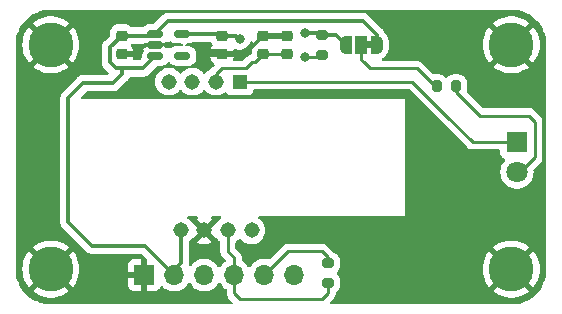
<source format=gtl>
%TF.GenerationSoftware,KiCad,Pcbnew,8.0.1*%
%TF.CreationDate,2024-09-21T06:00:00+02:00*%
%TF.ProjectId,PMW3360,504d5733-3336-4302-9e6b-696361645f70,rev?*%
%TF.SameCoordinates,Original*%
%TF.FileFunction,Copper,L1,Top*%
%TF.FilePolarity,Positive*%
%FSLAX46Y46*%
G04 Gerber Fmt 4.6, Leading zero omitted, Abs format (unit mm)*
G04 Created by KiCad (PCBNEW 8.0.1) date 2024-09-21 06:00:00*
%MOMM*%
%LPD*%
G01*
G04 APERTURE LIST*
G04 Aperture macros list*
%AMRoundRect*
0 Rectangle with rounded corners*
0 $1 Rounding radius*
0 $2 $3 $4 $5 $6 $7 $8 $9 X,Y pos of 4 corners*
0 Add a 4 corners polygon primitive as box body*
4,1,4,$2,$3,$4,$5,$6,$7,$8,$9,$2,$3,0*
0 Add four circle primitives for the rounded corners*
1,1,$1+$1,$2,$3*
1,1,$1+$1,$4,$5*
1,1,$1+$1,$6,$7*
1,1,$1+$1,$8,$9*
0 Add four rect primitives between the rounded corners*
20,1,$1+$1,$2,$3,$4,$5,0*
20,1,$1+$1,$4,$5,$6,$7,0*
20,1,$1+$1,$6,$7,$8,$9,0*
20,1,$1+$1,$8,$9,$2,$3,0*%
%AMFreePoly0*
4,1,19,0.000000,0.744911,0.071157,0.744911,0.207708,0.704816,0.327430,0.627875,0.420627,0.520320,0.479746,0.390866,0.500000,0.250000,0.500000,-0.250000,0.479746,-0.390866,0.420627,-0.520320,0.327430,-0.627875,0.207708,-0.704816,0.071157,-0.744911,0.000000,-0.744911,0.000000,-0.750000,-0.550000,-0.750000,-0.550000,0.750000,0.000000,0.750000,0.000000,0.744911,0.000000,0.744911,
$1*%
%AMFreePoly1*
4,1,19,0.550000,-0.750000,0.000000,-0.750000,0.000000,-0.744911,-0.071157,-0.744911,-0.207708,-0.704816,-0.327430,-0.627875,-0.420627,-0.520320,-0.479746,-0.390866,-0.500000,-0.250000,-0.500000,0.250000,-0.479746,0.390866,-0.420627,0.520320,-0.327430,0.627875,-0.207708,0.704816,-0.071157,0.744911,0.000000,0.744911,0.000000,0.750000,0.550000,0.750000,0.550000,-0.750000,0.550000,-0.750000,
$1*%
G04 Aperture macros list end*
%TA.AperFunction,EtchedComponent*%
%ADD10C,0.000000*%
%TD*%
%TA.AperFunction,ComponentPad*%
%ADD11C,3.800000*%
%TD*%
%TA.AperFunction,ComponentPad*%
%ADD12R,1.308000X1.308000*%
%TD*%
%TA.AperFunction,ComponentPad*%
%ADD13C,1.308000*%
%TD*%
%TA.AperFunction,ComponentPad*%
%ADD14R,1.800000X1.800000*%
%TD*%
%TA.AperFunction,ComponentPad*%
%ADD15C,1.800000*%
%TD*%
%TA.AperFunction,ComponentPad*%
%ADD16O,1.700000X1.700000*%
%TD*%
%TA.AperFunction,ComponentPad*%
%ADD17R,1.700000X1.700000*%
%TD*%
%TA.AperFunction,SMDPad,CuDef*%
%ADD18RoundRect,0.150000X-0.512500X-0.150000X0.512500X-0.150000X0.512500X0.150000X-0.512500X0.150000X0*%
%TD*%
%TA.AperFunction,SMDPad,CuDef*%
%ADD19RoundRect,0.200000X0.275000X-0.200000X0.275000X0.200000X-0.275000X0.200000X-0.275000X-0.200000X0*%
%TD*%
%TA.AperFunction,SMDPad,CuDef*%
%ADD20RoundRect,0.200000X0.200000X0.275000X-0.200000X0.275000X-0.200000X-0.275000X0.200000X-0.275000X0*%
%TD*%
%TA.AperFunction,SMDPad,CuDef*%
%ADD21RoundRect,0.200000X-0.275000X0.200000X-0.275000X-0.200000X0.275000X-0.200000X0.275000X0.200000X0*%
%TD*%
%TA.AperFunction,SMDPad,CuDef*%
%ADD22FreePoly0,180.000000*%
%TD*%
%TA.AperFunction,SMDPad,CuDef*%
%ADD23R,1.000000X1.500000*%
%TD*%
%TA.AperFunction,SMDPad,CuDef*%
%ADD24FreePoly1,180.000000*%
%TD*%
%TA.AperFunction,SMDPad,CuDef*%
%ADD25RoundRect,0.225000X0.250000X-0.225000X0.250000X0.225000X-0.250000X0.225000X-0.250000X-0.225000X0*%
%TD*%
%TA.AperFunction,SMDPad,CuDef*%
%ADD26RoundRect,0.225000X-0.250000X0.225000X-0.250000X-0.225000X0.250000X-0.225000X0.250000X0.225000X0*%
%TD*%
%TA.AperFunction,ViaPad*%
%ADD27C,0.800000*%
%TD*%
%TA.AperFunction,Conductor*%
%ADD28C,0.250000*%
%TD*%
%TA.AperFunction,Conductor*%
%ADD29C,0.375000*%
%TD*%
G04 APERTURE END LIST*
D10*
%TA.AperFunction,EtchedComponent*%
G36*
X167200000Y-78300000D02*
G01*
X166700000Y-78300000D01*
X166700000Y-77700000D01*
X167200000Y-77700000D01*
X167200000Y-78300000D01*
G37*
%TD.AperFunction*%
D11*
X179000000Y-78000000D03*
D12*
X156000000Y-81125000D03*
D13*
X154000000Y-81125000D03*
X152000000Y-81125000D03*
X150000000Y-81125000D03*
X151000000Y-93725000D03*
X153000000Y-93725000D03*
X155000000Y-93725000D03*
X157000000Y-93725000D03*
D14*
X179475000Y-86225000D03*
D15*
X179475000Y-88765000D03*
D11*
X179000000Y-97000000D03*
X140000000Y-97000000D03*
X140000000Y-78000000D03*
D16*
X160620000Y-97500000D03*
X158080000Y-97500000D03*
X155540000Y-97500000D03*
X153000000Y-97500000D03*
X150460000Y-97500000D03*
D17*
X147920000Y-97500000D03*
D18*
X148862500Y-77050000D03*
X148862500Y-78000000D03*
X148862500Y-78950000D03*
X151137500Y-78950000D03*
X151137500Y-77050000D03*
D19*
X163500000Y-96500000D03*
X163500000Y-98150000D03*
D20*
X172675000Y-81500000D03*
X174325000Y-81500000D03*
D21*
X163000000Y-77175000D03*
X163000000Y-78825000D03*
D22*
X165000000Y-78000000D03*
D23*
X166300000Y-78000000D03*
D24*
X167600000Y-78000000D03*
D25*
X160000000Y-77225000D03*
X160000000Y-78775000D03*
X158000000Y-78775000D03*
X158000000Y-77225000D03*
D26*
X154500000Y-78775000D03*
X154500000Y-77225000D03*
D25*
X146000000Y-78775000D03*
X146000000Y-77225000D03*
D27*
X161500000Y-77000000D03*
X156000000Y-77500000D03*
X153000000Y-78500000D03*
X147500000Y-78500000D03*
X161500000Y-79000000D03*
D28*
X176325000Y-84000000D02*
X174325000Y-82000000D01*
X181000000Y-84500000D02*
X180500000Y-84000000D01*
X181000000Y-87500000D02*
X181000000Y-84500000D01*
X179735000Y-88765000D02*
X181000000Y-87500000D01*
X174325000Y-82000000D02*
X174325000Y-81500000D01*
X179475000Y-88765000D02*
X179735000Y-88765000D01*
X180500000Y-84000000D02*
X176325000Y-84000000D01*
X173500000Y-84000000D02*
X175725000Y-86225000D01*
X175725000Y-86225000D02*
X179475000Y-86225000D01*
D29*
X162825000Y-77000000D02*
X163000000Y-77175000D01*
X161500000Y-77000000D02*
X162825000Y-77000000D01*
D28*
X167000000Y-80000000D02*
X171000000Y-80000000D01*
X166500000Y-79500000D02*
X167000000Y-80000000D01*
X171000000Y-80000000D02*
X172500000Y-81500000D01*
X166300000Y-79300000D02*
X166500000Y-79500000D01*
X166300000Y-78000000D02*
X166300000Y-79300000D01*
D29*
X166425000Y-76000000D02*
X167600000Y-77175000D01*
X165500000Y-76000000D02*
X166425000Y-76000000D01*
X165500000Y-76000000D02*
X149912500Y-76000000D01*
X167600000Y-77175000D02*
X167600000Y-78000000D01*
X164175000Y-77175000D02*
X165000000Y-78000000D01*
X163000000Y-77175000D02*
X164175000Y-77175000D01*
D28*
X162825000Y-79000000D02*
X163000000Y-78825000D01*
X161500000Y-79000000D02*
X162825000Y-79000000D01*
X161500000Y-79000000D02*
X161675000Y-78825000D01*
X154000000Y-80500000D02*
X154000000Y-81125000D01*
X154500000Y-80000000D02*
X154000000Y-80500000D01*
X157000000Y-79500000D02*
X156500000Y-80000000D01*
X156500000Y-80000000D02*
X154500000Y-80000000D01*
X157275000Y-79500000D02*
X157000000Y-79500000D01*
X158000000Y-78775000D02*
X157275000Y-79500000D01*
D29*
X149912500Y-76000000D02*
X148862500Y-77050000D01*
X154325000Y-77050000D02*
X154500000Y-77225000D01*
X151137500Y-77050000D02*
X154325000Y-77050000D01*
X146000000Y-80500000D02*
X146000000Y-80000000D01*
X142750000Y-81250000D02*
X145250000Y-81250000D01*
X142500000Y-81500000D02*
X142750000Y-81250000D01*
X145250000Y-81250000D02*
X146000000Y-80500000D01*
X141500000Y-82500000D02*
X142500000Y-81500000D01*
X141500000Y-93000000D02*
X141500000Y-82500000D01*
X143500000Y-95000000D02*
X141500000Y-93000000D01*
X150460000Y-97500000D02*
X147960000Y-95000000D01*
X147960000Y-95000000D02*
X143500000Y-95000000D01*
X146500000Y-80000000D02*
X146000000Y-80000000D01*
X146000000Y-80000000D02*
X145500000Y-80000000D01*
X145000000Y-79500000D02*
X145000000Y-78225000D01*
X145500000Y-80000000D02*
X145000000Y-79500000D01*
X147812500Y-80000000D02*
X148862500Y-78950000D01*
X146500000Y-80000000D02*
X147812500Y-80000000D01*
X145000000Y-78225000D02*
X146000000Y-77225000D01*
D28*
X163000000Y-99500000D02*
X163500000Y-99000000D01*
X155540000Y-97500000D02*
X155540000Y-99040000D01*
X155540000Y-99040000D02*
X156000000Y-99500000D01*
X156000000Y-99500000D02*
X163000000Y-99500000D01*
X163500000Y-99000000D02*
X163500000Y-98150000D01*
X170625000Y-81125000D02*
X173500000Y-84000000D01*
X156000000Y-81125000D02*
X170625000Y-81125000D01*
X160000000Y-78775000D02*
X158000000Y-78775000D01*
D29*
X158000000Y-77225000D02*
X160000000Y-77225000D01*
X156450000Y-78775000D02*
X158000000Y-77225000D01*
X154500000Y-78775000D02*
X156450000Y-78775000D01*
X155725000Y-77225000D02*
X156000000Y-77500000D01*
X154500000Y-77225000D02*
X155725000Y-77225000D01*
D28*
X155000000Y-95500000D02*
X155000000Y-93725000D01*
X155540000Y-96040000D02*
X155000000Y-95500000D01*
X155540000Y-97500000D02*
X155540000Y-96040000D01*
X160080000Y-95500000D02*
X158080000Y-97500000D01*
X163000000Y-95500000D02*
X160080000Y-95500000D01*
X163500000Y-96000000D02*
X163000000Y-95500000D01*
X163500000Y-96500000D02*
X163500000Y-96000000D01*
D29*
X146000000Y-77225000D02*
X148687500Y-77225000D01*
X148687500Y-77225000D02*
X148862500Y-77050000D01*
X151312500Y-77225000D02*
X151137500Y-77050000D01*
X154225000Y-78500000D02*
X154500000Y-78775000D01*
X153000000Y-78500000D02*
X154225000Y-78500000D01*
X148000000Y-78000000D02*
X148862500Y-78000000D01*
X147500000Y-78500000D02*
X148000000Y-78000000D01*
X147225000Y-78775000D02*
X147500000Y-78500000D01*
X146000000Y-78775000D02*
X147225000Y-78775000D01*
X148687500Y-78775000D02*
X148862500Y-78950000D01*
D28*
X150000000Y-81000000D02*
X150000000Y-81125000D01*
D29*
X151000000Y-96500000D02*
X151000000Y-93725000D01*
X150460000Y-97500000D02*
X150460000Y-97040000D01*
X150460000Y-97040000D02*
X151000000Y-96500000D01*
X150960000Y-93765000D02*
X151000000Y-93725000D01*
%TA.AperFunction,Conductor*%
G36*
X179003244Y-75025670D02*
G01*
X179304433Y-75041455D01*
X179317340Y-75042812D01*
X179376810Y-75052231D01*
X179612022Y-75089484D01*
X179624690Y-75092176D01*
X179912901Y-75169402D01*
X179925228Y-75173407D01*
X180203781Y-75280334D01*
X180215617Y-75285603D01*
X180481477Y-75421065D01*
X180492683Y-75427535D01*
X180742923Y-75590044D01*
X180753414Y-75597666D01*
X180985282Y-75785429D01*
X180994927Y-75794114D01*
X181205885Y-76005072D01*
X181214570Y-76014717D01*
X181402333Y-76246585D01*
X181409958Y-76257079D01*
X181572460Y-76507310D01*
X181578937Y-76518529D01*
X181665231Y-76687890D01*
X181714391Y-76784372D01*
X181719670Y-76796229D01*
X181826589Y-77074762D01*
X181830600Y-77087107D01*
X181907819Y-77375293D01*
X181910517Y-77387989D01*
X181957187Y-77682659D01*
X181958544Y-77695566D01*
X181974330Y-77996756D01*
X181974500Y-78003246D01*
X181974500Y-96996753D01*
X181974330Y-97003243D01*
X181958544Y-97304433D01*
X181957187Y-97317340D01*
X181910517Y-97612010D01*
X181907819Y-97624706D01*
X181830600Y-97912892D01*
X181826589Y-97925237D01*
X181719670Y-98203770D01*
X181714391Y-98215627D01*
X181578941Y-98481464D01*
X181572455Y-98492697D01*
X181474904Y-98642913D01*
X181409962Y-98742914D01*
X181402333Y-98753414D01*
X181214570Y-98985282D01*
X181205885Y-98994927D01*
X180994927Y-99205885D01*
X180985282Y-99214570D01*
X180753414Y-99402333D01*
X180742914Y-99409962D01*
X180492697Y-99572455D01*
X180481464Y-99578941D01*
X180215627Y-99714391D01*
X180203770Y-99719670D01*
X179925237Y-99826589D01*
X179912892Y-99830600D01*
X179624706Y-99907819D01*
X179612010Y-99910517D01*
X179317340Y-99957187D01*
X179304433Y-99958544D01*
X179003244Y-99974330D01*
X178996754Y-99974500D01*
X163720767Y-99974500D01*
X163653728Y-99954815D01*
X163607973Y-99902011D01*
X163598029Y-99832853D01*
X163627054Y-99769297D01*
X163633086Y-99762819D01*
X163992069Y-99403836D01*
X163992069Y-99403835D01*
X163992072Y-99403833D01*
X164061401Y-99300075D01*
X164109155Y-99184785D01*
X164117609Y-99142287D01*
X164133499Y-99062398D01*
X164133500Y-99062395D01*
X164133500Y-99031114D01*
X164153185Y-98964075D01*
X164193351Y-98924996D01*
X164215155Y-98911816D01*
X164336816Y-98790155D01*
X164425827Y-98642913D01*
X164477013Y-98478649D01*
X164483500Y-98407265D01*
X164483499Y-97892736D01*
X164483499Y-97892735D01*
X164483499Y-97892727D01*
X164477014Y-97821354D01*
X164477011Y-97821344D01*
X164425828Y-97657090D01*
X164425827Y-97657089D01*
X164425827Y-97657087D01*
X164336816Y-97509845D01*
X164336814Y-97509843D01*
X164336813Y-97509841D01*
X164239653Y-97412681D01*
X164206168Y-97351358D01*
X164211152Y-97281666D01*
X164239653Y-97237319D01*
X164336812Y-97140159D01*
X164336813Y-97140158D01*
X164336816Y-97140155D01*
X164421540Y-97000005D01*
X176595255Y-97000005D01*
X176614215Y-97301383D01*
X176614216Y-97301390D01*
X176670805Y-97598040D01*
X176764125Y-97885247D01*
X176764127Y-97885252D01*
X176892704Y-98158491D01*
X176892707Y-98158497D01*
X177054516Y-98413469D01*
X177135311Y-98511133D01*
X178063708Y-97582736D01*
X178160967Y-97716602D01*
X178283398Y-97839033D01*
X178417262Y-97936290D01*
X177486564Y-98866987D01*
X177486565Y-98866989D01*
X177711461Y-99030385D01*
X177711479Y-99030397D01*
X177976109Y-99175878D01*
X177976117Y-99175882D01*
X178256889Y-99287047D01*
X178256892Y-99287048D01*
X178549399Y-99362150D01*
X178848995Y-99399999D01*
X178849007Y-99400000D01*
X179150993Y-99400000D01*
X179151004Y-99399999D01*
X179450600Y-99362150D01*
X179743107Y-99287048D01*
X179743110Y-99287047D01*
X180023882Y-99175882D01*
X180023890Y-99175878D01*
X180288520Y-99030397D01*
X180288530Y-99030390D01*
X180513433Y-98866987D01*
X180513434Y-98866987D01*
X179582737Y-97936290D01*
X179716602Y-97839033D01*
X179839033Y-97716602D01*
X179936290Y-97582737D01*
X180864687Y-98511134D01*
X180945486Y-98413464D01*
X181107292Y-98158497D01*
X181107295Y-98158491D01*
X181235872Y-97885252D01*
X181235874Y-97885247D01*
X181329194Y-97598040D01*
X181385783Y-97301390D01*
X181385784Y-97301383D01*
X181404745Y-97000005D01*
X181404745Y-96999994D01*
X181385784Y-96698616D01*
X181385783Y-96698609D01*
X181329194Y-96401959D01*
X181235874Y-96114752D01*
X181235872Y-96114747D01*
X181107295Y-95841508D01*
X181107292Y-95841502D01*
X180945483Y-95586530D01*
X180864686Y-95488864D01*
X179936289Y-96417261D01*
X179839033Y-96283398D01*
X179716602Y-96160967D01*
X179582736Y-96063709D01*
X180513434Y-95133011D01*
X180513433Y-95133009D01*
X180288538Y-94969614D01*
X180288520Y-94969602D01*
X180023890Y-94824121D01*
X180023882Y-94824117D01*
X179743110Y-94712952D01*
X179743107Y-94712951D01*
X179450600Y-94637849D01*
X179151004Y-94600000D01*
X178848995Y-94600000D01*
X178549399Y-94637849D01*
X178256892Y-94712951D01*
X178256889Y-94712952D01*
X177976117Y-94824117D01*
X177976109Y-94824121D01*
X177711476Y-94969604D01*
X177711471Y-94969607D01*
X177486565Y-95133010D01*
X177486564Y-95133011D01*
X178417262Y-96063709D01*
X178283398Y-96160967D01*
X178160967Y-96283398D01*
X178063709Y-96417262D01*
X177135311Y-95488864D01*
X177054520Y-95586525D01*
X177054518Y-95586528D01*
X176892707Y-95841502D01*
X176892704Y-95841508D01*
X176764127Y-96114747D01*
X176764125Y-96114752D01*
X176670805Y-96401959D01*
X176614216Y-96698609D01*
X176614215Y-96698616D01*
X176595255Y-96999994D01*
X176595255Y-97000005D01*
X164421540Y-97000005D01*
X164425827Y-96992913D01*
X164477013Y-96828649D01*
X164483500Y-96757265D01*
X164483499Y-96242736D01*
X164483499Y-96242735D01*
X164483499Y-96242727D01*
X164477014Y-96171354D01*
X164477011Y-96171344D01*
X164425828Y-96007090D01*
X164425827Y-96007089D01*
X164425827Y-96007087D01*
X164336816Y-95859845D01*
X164336814Y-95859843D01*
X164336813Y-95859841D01*
X164215158Y-95738186D01*
X164145374Y-95696000D01*
X164067913Y-95649173D01*
X164067911Y-95649172D01*
X164067909Y-95649171D01*
X164058714Y-95646306D01*
X164000566Y-95607569D01*
X163992510Y-95596823D01*
X163992072Y-95596167D01*
X163992067Y-95596162D01*
X163992065Y-95596159D01*
X163403836Y-95007931D01*
X163403832Y-95007928D01*
X163300081Y-94938603D01*
X163300072Y-94938598D01*
X163184785Y-94890845D01*
X163184777Y-94890843D01*
X163062398Y-94866500D01*
X163062394Y-94866500D01*
X160142394Y-94866500D01*
X160017606Y-94866500D01*
X160017601Y-94866500D01*
X159895222Y-94890843D01*
X159895214Y-94890845D01*
X159779927Y-94938598D01*
X159779918Y-94938603D01*
X159676167Y-95007928D01*
X159676163Y-95007931D01*
X158536991Y-96147103D01*
X158475668Y-96180588D01*
X158418876Y-96179629D01*
X158414641Y-96178556D01*
X158192569Y-96141500D01*
X157967431Y-96141500D01*
X157745362Y-96178556D01*
X157532430Y-96251656D01*
X157532419Y-96251661D01*
X157334427Y-96358808D01*
X157334422Y-96358812D01*
X157156761Y-96497092D01*
X157156756Y-96497097D01*
X157004284Y-96662723D01*
X157004276Y-96662734D01*
X156913808Y-96801206D01*
X156860662Y-96846562D01*
X156791431Y-96855986D01*
X156728095Y-96826484D01*
X156706192Y-96801206D01*
X156639166Y-96698616D01*
X156615722Y-96662732D01*
X156615719Y-96662729D01*
X156615715Y-96662723D01*
X156463243Y-96497097D01*
X156463238Y-96497092D01*
X156285577Y-96358812D01*
X156285577Y-96358811D01*
X156238480Y-96333323D01*
X156188891Y-96284102D01*
X156173500Y-96224269D01*
X156173500Y-95977605D01*
X156173499Y-95977601D01*
X156158826Y-95903836D01*
X156149155Y-95855215D01*
X156101400Y-95739925D01*
X156101399Y-95739924D01*
X156101396Y-95739918D01*
X156032072Y-95636168D01*
X155992063Y-95596159D01*
X155943833Y-95547929D01*
X155669819Y-95273915D01*
X155636334Y-95212592D01*
X155633500Y-95186234D01*
X155633500Y-94769117D01*
X155653185Y-94702078D01*
X155692223Y-94663690D01*
X155703564Y-94656669D01*
X155862778Y-94511526D01*
X155901047Y-94460848D01*
X155957154Y-94419215D01*
X156026866Y-94414522D01*
X156088048Y-94448264D01*
X156098945Y-94460840D01*
X156137222Y-94511526D01*
X156275791Y-94637849D01*
X156296435Y-94656668D01*
X156296437Y-94656670D01*
X156479605Y-94770083D01*
X156479611Y-94770086D01*
X156522169Y-94786573D01*
X156680504Y-94847912D01*
X156892279Y-94887500D01*
X156892281Y-94887500D01*
X157107719Y-94887500D01*
X157107721Y-94887500D01*
X157319496Y-94847912D01*
X157520391Y-94770085D01*
X157703564Y-94656669D01*
X157862778Y-94511526D01*
X157992612Y-94339599D01*
X158088643Y-94146742D01*
X158147601Y-93939524D01*
X158167480Y-93725000D01*
X158147601Y-93510476D01*
X158088643Y-93303258D01*
X158053625Y-93232932D01*
X157992613Y-93110402D01*
X157862776Y-92938471D01*
X157703565Y-92793332D01*
X157703564Y-92793331D01*
X157601162Y-92729926D01*
X157554528Y-92677899D01*
X157543424Y-92608917D01*
X157571377Y-92544883D01*
X157629512Y-92506127D01*
X157666441Y-92500500D01*
X169950562Y-92500500D01*
X169965500Y-92485562D01*
X169965500Y-82614438D01*
X169950562Y-82599500D01*
X142684154Y-82599500D01*
X142617115Y-82579815D01*
X142571360Y-82527011D01*
X142561416Y-82457853D01*
X142590441Y-82394297D01*
X142596473Y-82387819D01*
X142736381Y-82247912D01*
X143001974Y-81982319D01*
X143063297Y-81948834D01*
X143089655Y-81946000D01*
X145318549Y-81946000D01*
X145318550Y-81946000D01*
X145453016Y-81919254D01*
X145505477Y-81897522D01*
X145505480Y-81897522D01*
X145532889Y-81886168D01*
X145579680Y-81866788D01*
X145693674Y-81790619D01*
X145790619Y-81693674D01*
X145790620Y-81693672D01*
X145797686Y-81686606D01*
X145797689Y-81686602D01*
X146443670Y-81040621D01*
X146443674Y-81040619D01*
X146540619Y-80943674D01*
X146616788Y-80829680D01*
X146626460Y-80806329D01*
X146640453Y-80772548D01*
X146684293Y-80718144D01*
X146750587Y-80696079D01*
X146755014Y-80696000D01*
X147881049Y-80696000D01*
X147881050Y-80696000D01*
X148015516Y-80669254D01*
X148067977Y-80647522D01*
X148067980Y-80647522D01*
X148102532Y-80633210D01*
X148142180Y-80616788D01*
X148256174Y-80540619D01*
X148353119Y-80443674D01*
X148353120Y-80443672D01*
X148360186Y-80436606D01*
X148360188Y-80436602D01*
X149001973Y-79794819D01*
X149063296Y-79761334D01*
X149089654Y-79758500D01*
X149441496Y-79758500D01*
X149441502Y-79758500D01*
X149478831Y-79755562D01*
X149478833Y-79755561D01*
X149478835Y-79755561D01*
X149545015Y-79736334D01*
X149638601Y-79709145D01*
X149781807Y-79624453D01*
X149899453Y-79506807D01*
X149899455Y-79506802D01*
X149902018Y-79503500D01*
X149904693Y-79501567D01*
X149904970Y-79501291D01*
X149905014Y-79501335D01*
X149958659Y-79462591D01*
X150028426Y-79458799D01*
X150089168Y-79493328D01*
X150097982Y-79503500D01*
X150100550Y-79506811D01*
X150218187Y-79624448D01*
X150218196Y-79624455D01*
X150240895Y-79637879D01*
X150361399Y-79709145D01*
X150397121Y-79719523D01*
X150521164Y-79755561D01*
X150521167Y-79755561D01*
X150521169Y-79755562D01*
X150558498Y-79758500D01*
X150558504Y-79758500D01*
X151647700Y-79758500D01*
X151714739Y-79778185D01*
X151760494Y-79830989D01*
X151770438Y-79900147D01*
X151741413Y-79963703D01*
X151685661Y-79999531D01*
X151685850Y-80000017D01*
X151683475Y-80000936D01*
X151682635Y-80001477D01*
X151681628Y-80001768D01*
X151680506Y-80002086D01*
X151479611Y-80079913D01*
X151479605Y-80079916D01*
X151296437Y-80193329D01*
X151296435Y-80193331D01*
X151137222Y-80338472D01*
X151098953Y-80389149D01*
X151042844Y-80430784D01*
X150973132Y-80435475D01*
X150911950Y-80401732D01*
X150901047Y-80389149D01*
X150862777Y-80338472D01*
X150703564Y-80193331D01*
X150703562Y-80193329D01*
X150520394Y-80079916D01*
X150520388Y-80079913D01*
X150334573Y-80007929D01*
X150319496Y-80002088D01*
X150107721Y-79962500D01*
X149892279Y-79962500D01*
X149680504Y-80002088D01*
X149680501Y-80002088D01*
X149680501Y-80002089D01*
X149479611Y-80079913D01*
X149479605Y-80079916D01*
X149296437Y-80193329D01*
X149296435Y-80193331D01*
X149137223Y-80338471D01*
X149007386Y-80510402D01*
X148911360Y-80703249D01*
X148911356Y-80703259D01*
X148852398Y-80910480D01*
X148832520Y-81125000D01*
X148852398Y-81339519D01*
X148911356Y-81546740D01*
X148911360Y-81546750D01*
X149007386Y-81739597D01*
X149137223Y-81911528D01*
X149296435Y-82056668D01*
X149296437Y-82056670D01*
X149479605Y-82170083D01*
X149479611Y-82170086D01*
X149480231Y-82170326D01*
X149680504Y-82247912D01*
X149892279Y-82287500D01*
X149892281Y-82287500D01*
X150107719Y-82287500D01*
X150107721Y-82287500D01*
X150319496Y-82247912D01*
X150520391Y-82170085D01*
X150703564Y-82056669D01*
X150862778Y-81911526D01*
X150901047Y-81860848D01*
X150957154Y-81819215D01*
X151026866Y-81814522D01*
X151088048Y-81848264D01*
X151098945Y-81860840D01*
X151131271Y-81903645D01*
X151137224Y-81911528D01*
X151296435Y-82056668D01*
X151296437Y-82056670D01*
X151479605Y-82170083D01*
X151479611Y-82170086D01*
X151480231Y-82170326D01*
X151680504Y-82247912D01*
X151892279Y-82287500D01*
X151892281Y-82287500D01*
X152107719Y-82287500D01*
X152107721Y-82287500D01*
X152319496Y-82247912D01*
X152520391Y-82170085D01*
X152703564Y-82056669D01*
X152862778Y-81911526D01*
X152901047Y-81860848D01*
X152957154Y-81819215D01*
X153026866Y-81814522D01*
X153088048Y-81848264D01*
X153098945Y-81860840D01*
X153131271Y-81903645D01*
X153137224Y-81911528D01*
X153296435Y-82056668D01*
X153296437Y-82056670D01*
X153479605Y-82170083D01*
X153479611Y-82170086D01*
X153480231Y-82170326D01*
X153680504Y-82247912D01*
X153892279Y-82287500D01*
X153892281Y-82287500D01*
X154107719Y-82287500D01*
X154107721Y-82287500D01*
X154319496Y-82247912D01*
X154520391Y-82170085D01*
X154703564Y-82056669D01*
X154730468Y-82032142D01*
X154793270Y-82001524D01*
X154862658Y-82009720D01*
X154913274Y-82049467D01*
X154982739Y-82142261D01*
X155099796Y-82229889D01*
X155236799Y-82280989D01*
X155264050Y-82283918D01*
X155297345Y-82287499D01*
X155297362Y-82287500D01*
X156702638Y-82287500D01*
X156702654Y-82287499D01*
X156729692Y-82284591D01*
X156763201Y-82280989D01*
X156900204Y-82229889D01*
X157017261Y-82142261D01*
X157104889Y-82025204D01*
X157152512Y-81897523D01*
X157155987Y-81888207D01*
X157155987Y-81888206D01*
X157155989Y-81888201D01*
X157158027Y-81869242D01*
X157184764Y-81804694D01*
X157242156Y-81764846D01*
X157281316Y-81758500D01*
X170311234Y-81758500D01*
X170378273Y-81778185D01*
X170398915Y-81794819D01*
X173007929Y-84403833D01*
X175232929Y-86628833D01*
X175321167Y-86717071D01*
X175321168Y-86717072D01*
X175424918Y-86786396D01*
X175424924Y-86786399D01*
X175424925Y-86786400D01*
X175540215Y-86834155D01*
X175662601Y-86858499D01*
X175662605Y-86858500D01*
X175662606Y-86858500D01*
X177942500Y-86858500D01*
X178009539Y-86878185D01*
X178055294Y-86930989D01*
X178066500Y-86982500D01*
X178066500Y-87173654D01*
X178073011Y-87234202D01*
X178073011Y-87234204D01*
X178124111Y-87371204D01*
X178211739Y-87488261D01*
X178328796Y-87575889D01*
X178328795Y-87575889D01*
X178398961Y-87602060D01*
X178454895Y-87643931D01*
X178479311Y-87709396D01*
X178464459Y-87777669D01*
X178446857Y-87802224D01*
X178359683Y-87896919D01*
X178232015Y-88092331D01*
X178138251Y-88306092D01*
X178080948Y-88532377D01*
X178061673Y-88764994D01*
X178061673Y-88765005D01*
X178080948Y-88997622D01*
X178138251Y-89223907D01*
X178232015Y-89437668D01*
X178359686Y-89633084D01*
X178517776Y-89804814D01*
X178517780Y-89804818D01*
X178701983Y-89948190D01*
X178701985Y-89948191D01*
X178701988Y-89948193D01*
X178821331Y-90012777D01*
X178907273Y-90059287D01*
X179021914Y-90098643D01*
X179128045Y-90135079D01*
X179128047Y-90135079D01*
X179128049Y-90135080D01*
X179358288Y-90173500D01*
X179358289Y-90173500D01*
X179591711Y-90173500D01*
X179591712Y-90173500D01*
X179821951Y-90135080D01*
X180042727Y-90059287D01*
X180248017Y-89948190D01*
X180432220Y-89804818D01*
X180590314Y-89633083D01*
X180717984Y-89437669D01*
X180811749Y-89223907D01*
X180869051Y-88997626D01*
X180888327Y-88765000D01*
X180873375Y-88584553D01*
X180887456Y-88516117D01*
X180909266Y-88486636D01*
X181492071Y-87903833D01*
X181561400Y-87800075D01*
X181609155Y-87684785D01*
X181633500Y-87562394D01*
X181633500Y-87437606D01*
X181633500Y-84437606D01*
X181609155Y-84315215D01*
X181602884Y-84300075D01*
X181561401Y-84199925D01*
X181561399Y-84199923D01*
X181561399Y-84199921D01*
X181492072Y-84096167D01*
X181492069Y-84096163D01*
X180903836Y-83507931D01*
X180903832Y-83507928D01*
X180800081Y-83438603D01*
X180800072Y-83438598D01*
X180684785Y-83390845D01*
X180684777Y-83390843D01*
X180562398Y-83366500D01*
X180562394Y-83366500D01*
X176638766Y-83366500D01*
X176571727Y-83346815D01*
X176551085Y-83330181D01*
X175255675Y-82034771D01*
X175222190Y-81973448D01*
X175224972Y-81910196D01*
X175227013Y-81903649D01*
X175233500Y-81832265D01*
X175233499Y-81167736D01*
X175233499Y-81167727D01*
X175227014Y-81096354D01*
X175227011Y-81096344D01*
X175175828Y-80932090D01*
X175175827Y-80932089D01*
X175175827Y-80932087D01*
X175086816Y-80784845D01*
X175086814Y-80784843D01*
X175086813Y-80784841D01*
X174965158Y-80663186D01*
X174939248Y-80647523D01*
X174817913Y-80574173D01*
X174653649Y-80522987D01*
X174653647Y-80522986D01*
X174653645Y-80522986D01*
X174603667Y-80518444D01*
X174582265Y-80516500D01*
X174582262Y-80516500D01*
X174067727Y-80516500D01*
X173996354Y-80522985D01*
X173996344Y-80522988D01*
X173832090Y-80574171D01*
X173684841Y-80663186D01*
X173684840Y-80663187D01*
X173587681Y-80760347D01*
X173526358Y-80793832D01*
X173456666Y-80788848D01*
X173412319Y-80760347D01*
X173315158Y-80663186D01*
X173289248Y-80647523D01*
X173167913Y-80574173D01*
X173003649Y-80522987D01*
X173003647Y-80522986D01*
X173003645Y-80522986D01*
X172953667Y-80518444D01*
X172932265Y-80516500D01*
X172932262Y-80516500D01*
X172463766Y-80516500D01*
X172396727Y-80496815D01*
X172376085Y-80480181D01*
X171403836Y-79507931D01*
X171403832Y-79507928D01*
X171300081Y-79438603D01*
X171300072Y-79438598D01*
X171184785Y-79390845D01*
X171184777Y-79390843D01*
X171062398Y-79366500D01*
X171062394Y-79366500D01*
X168159625Y-79366500D01*
X168092586Y-79346815D01*
X168046831Y-79294011D01*
X168036887Y-79224853D01*
X168065912Y-79161297D01*
X168092585Y-79138185D01*
X168179603Y-79082262D01*
X168202802Y-79067352D01*
X168204238Y-79066535D01*
X168208416Y-79063745D01*
X168208420Y-79063743D01*
X168318878Y-78968029D01*
X168376958Y-78901000D01*
X168413023Y-78859379D01*
X168413024Y-78859376D01*
X168413032Y-78859368D01*
X168492047Y-78736417D01*
X168549019Y-78611665D01*
X168551263Y-78607376D01*
X168551775Y-78605631D01*
X168551776Y-78605631D01*
X168592953Y-78465394D01*
X168613415Y-78323079D01*
X168613415Y-78265683D01*
X168613500Y-78265393D01*
X168613500Y-78000005D01*
X176595255Y-78000005D01*
X176614215Y-78301383D01*
X176614216Y-78301390D01*
X176670805Y-78598040D01*
X176764125Y-78885247D01*
X176764127Y-78885252D01*
X176892704Y-79158491D01*
X176892707Y-79158497D01*
X177054516Y-79413469D01*
X177135311Y-79511133D01*
X178063708Y-78582736D01*
X178160967Y-78716602D01*
X178283398Y-78839033D01*
X178417262Y-78936290D01*
X177486564Y-79866987D01*
X177486565Y-79866989D01*
X177711461Y-80030385D01*
X177711479Y-80030397D01*
X177976109Y-80175878D01*
X177976117Y-80175882D01*
X178256889Y-80287047D01*
X178256892Y-80287048D01*
X178549399Y-80362150D01*
X178848995Y-80399999D01*
X178849007Y-80400000D01*
X179150993Y-80400000D01*
X179151004Y-80399999D01*
X179450600Y-80362150D01*
X179743107Y-80287048D01*
X179743110Y-80287047D01*
X180023882Y-80175882D01*
X180023890Y-80175878D01*
X180288520Y-80030397D01*
X180288530Y-80030390D01*
X180513433Y-79866987D01*
X180513434Y-79866987D01*
X179582737Y-78936290D01*
X179716602Y-78839033D01*
X179839033Y-78716602D01*
X179936290Y-78582737D01*
X180864687Y-79511134D01*
X180945486Y-79413464D01*
X181107292Y-79158497D01*
X181107295Y-79158491D01*
X181235872Y-78885252D01*
X181235874Y-78885247D01*
X181329194Y-78598040D01*
X181385783Y-78301390D01*
X181385784Y-78301383D01*
X181404745Y-78000005D01*
X181404745Y-77999994D01*
X181385784Y-77698616D01*
X181385783Y-77698609D01*
X181329194Y-77401959D01*
X181235874Y-77114752D01*
X181235872Y-77114747D01*
X181107295Y-76841508D01*
X181107292Y-76841502D01*
X180945483Y-76586530D01*
X180864686Y-76488864D01*
X179936289Y-77417261D01*
X179839033Y-77283398D01*
X179716602Y-77160967D01*
X179582736Y-77063709D01*
X180513434Y-76133011D01*
X180513433Y-76133009D01*
X180288538Y-75969614D01*
X180288520Y-75969602D01*
X180023890Y-75824121D01*
X180023882Y-75824117D01*
X179743110Y-75712952D01*
X179743107Y-75712951D01*
X179450600Y-75637849D01*
X179151004Y-75600000D01*
X178848995Y-75600000D01*
X178549399Y-75637849D01*
X178256892Y-75712951D01*
X178256889Y-75712952D01*
X177976117Y-75824117D01*
X177976109Y-75824121D01*
X177711476Y-75969604D01*
X177711471Y-75969607D01*
X177486565Y-76133010D01*
X177486564Y-76133011D01*
X178417262Y-77063709D01*
X178283398Y-77160967D01*
X178160967Y-77283398D01*
X178063709Y-77417262D01*
X177135311Y-76488864D01*
X177054520Y-76586525D01*
X177054518Y-76586528D01*
X176892707Y-76841502D01*
X176892704Y-76841508D01*
X176764127Y-77114747D01*
X176764125Y-77114752D01*
X176670805Y-77401959D01*
X176614216Y-77698609D01*
X176614215Y-77698616D01*
X176595255Y-77999994D01*
X176595255Y-78000005D01*
X168613500Y-78000005D01*
X168613500Y-77735107D01*
X168613415Y-77734317D01*
X168613415Y-77676922D01*
X168613415Y-77676921D01*
X168592953Y-77534606D01*
X168592953Y-77534605D01*
X168551775Y-77394368D01*
X168543064Y-77375293D01*
X168492053Y-77263594D01*
X168492046Y-77263581D01*
X168444712Y-77189928D01*
X168413032Y-77140632D01*
X168321733Y-77035266D01*
X168320337Y-77033535D01*
X168318882Y-77031974D01*
X168318877Y-77031969D01*
X168318875Y-77031967D01*
X168302372Y-77017667D01*
X168269015Y-76971408D01*
X168246783Y-76917734D01*
X168216790Y-76845324D01*
X168216789Y-76845322D01*
X168140620Y-76731327D01*
X168097183Y-76687890D01*
X168043674Y-76634381D01*
X168043673Y-76634380D01*
X166972688Y-75563396D01*
X166972686Y-75563393D01*
X166972686Y-75563394D01*
X166965619Y-75556327D01*
X166965619Y-75556326D01*
X166868674Y-75459381D01*
X166868673Y-75459380D01*
X166868672Y-75459379D01*
X166754677Y-75383210D01*
X166754675Y-75383209D01*
X166680481Y-75352478D01*
X166628018Y-75330747D01*
X166628019Y-75330747D01*
X166628016Y-75330746D01*
X166628012Y-75330745D01*
X166628008Y-75330744D01*
X166493554Y-75304000D01*
X166493550Y-75304000D01*
X165568550Y-75304000D01*
X149981050Y-75304000D01*
X149843949Y-75304000D01*
X149843944Y-75304000D01*
X149709491Y-75330744D01*
X149709481Y-75330747D01*
X149582821Y-75383210D01*
X149468827Y-75459379D01*
X149420354Y-75507852D01*
X149371881Y-75556326D01*
X149371878Y-75556329D01*
X148723027Y-76205181D01*
X148661704Y-76238666D01*
X148635346Y-76241500D01*
X148283492Y-76241500D01*
X148246170Y-76244437D01*
X148246164Y-76244438D01*
X148086403Y-76290853D01*
X148086398Y-76290855D01*
X147943196Y-76375544D01*
X147943187Y-76375551D01*
X147826058Y-76492681D01*
X147764735Y-76526166D01*
X147738377Y-76529000D01*
X146867687Y-76529000D01*
X146800648Y-76509315D01*
X146780006Y-76492681D01*
X146708040Y-76420715D01*
X146708036Y-76420712D01*
X146562109Y-76330702D01*
X146562103Y-76330699D01*
X146562101Y-76330698D01*
X146399336Y-76276764D01*
X146298879Y-76266500D01*
X146298872Y-76266500D01*
X145701128Y-76266500D01*
X145701120Y-76266500D01*
X145600663Y-76276764D01*
X145437901Y-76330697D01*
X145437890Y-76330702D01*
X145291963Y-76420712D01*
X145291959Y-76420715D01*
X145170715Y-76541959D01*
X145170712Y-76541963D01*
X145080702Y-76687890D01*
X145080697Y-76687901D01*
X145026764Y-76850663D01*
X145016500Y-76951120D01*
X145016500Y-77172845D01*
X144996815Y-77239884D01*
X144980181Y-77260526D01*
X144556328Y-77684379D01*
X144556326Y-77684381D01*
X144530972Y-77709735D01*
X144459379Y-77781327D01*
X144383210Y-77895322D01*
X144352478Y-77969516D01*
X144352478Y-77969518D01*
X144330746Y-78021984D01*
X144330745Y-78021988D01*
X144330745Y-78021989D01*
X144330744Y-78021992D01*
X144311888Y-78116787D01*
X144311889Y-78116788D01*
X144306390Y-78144437D01*
X144304000Y-78156451D01*
X144304000Y-79568554D01*
X144325338Y-79675828D01*
X144330746Y-79703016D01*
X144343373Y-79733499D01*
X144352478Y-79755481D01*
X144352478Y-79755482D01*
X144383209Y-79829675D01*
X144383210Y-79829677D01*
X144459379Y-79943672D01*
X144459380Y-79943673D01*
X144459381Y-79943674D01*
X144556326Y-80040619D01*
X144556327Y-80040619D01*
X144563394Y-80047686D01*
X144563393Y-80047686D01*
X144563397Y-80047689D01*
X144858026Y-80342319D01*
X144891511Y-80403642D01*
X144886527Y-80473334D01*
X144844655Y-80529267D01*
X144779191Y-80553684D01*
X144770345Y-80554000D01*
X142681444Y-80554000D01*
X142546991Y-80580744D01*
X142546981Y-80580747D01*
X142420321Y-80633210D01*
X142306327Y-80709379D01*
X142257854Y-80757852D01*
X142209381Y-80806326D01*
X142209378Y-80806329D01*
X142056329Y-80959378D01*
X142056326Y-80959381D01*
X141056328Y-81959379D01*
X141056326Y-81959381D01*
X141014183Y-82001524D01*
X140959379Y-82056327D01*
X140883215Y-82170314D01*
X140883208Y-82170326D01*
X140858538Y-82229888D01*
X140858538Y-82229889D01*
X140830746Y-82296983D01*
X140830744Y-82296991D01*
X140809492Y-82403830D01*
X140809493Y-82403831D01*
X140805118Y-82425827D01*
X140804000Y-82431450D01*
X140804000Y-92931450D01*
X140804000Y-93068550D01*
X140812325Y-93110402D01*
X140830746Y-93203016D01*
X140843137Y-93232928D01*
X140843138Y-93232932D01*
X140883212Y-93329680D01*
X140883213Y-93329682D01*
X140959380Y-93443673D01*
X140959383Y-93443677D01*
X141060645Y-93544939D01*
X141060667Y-93544959D01*
X142956255Y-95440547D01*
X142956284Y-95440578D01*
X143056322Y-95540616D01*
X143056326Y-95540619D01*
X143170317Y-95616786D01*
X143170316Y-95616786D01*
X143170318Y-95616787D01*
X143170320Y-95616788D01*
X143210098Y-95633264D01*
X143244515Y-95647520D01*
X143244518Y-95647521D01*
X143296984Y-95669254D01*
X143375026Y-95684777D01*
X143431444Y-95695999D01*
X143431448Y-95696000D01*
X143431449Y-95696000D01*
X143431450Y-95696000D01*
X147620346Y-95696000D01*
X147687385Y-95715685D01*
X147708027Y-95732319D01*
X148133681Y-96157973D01*
X148167166Y-96219296D01*
X148170000Y-96245654D01*
X148170000Y-97066988D01*
X148112993Y-97034075D01*
X147985826Y-97000000D01*
X147854174Y-97000000D01*
X147727007Y-97034075D01*
X147670000Y-97066988D01*
X147670000Y-96150000D01*
X147022155Y-96150000D01*
X146962627Y-96156401D01*
X146962620Y-96156403D01*
X146827913Y-96206645D01*
X146827906Y-96206649D01*
X146712812Y-96292809D01*
X146712809Y-96292812D01*
X146626649Y-96407906D01*
X146626645Y-96407913D01*
X146576403Y-96542620D01*
X146576401Y-96542627D01*
X146570000Y-96602155D01*
X146570000Y-97250000D01*
X147486988Y-97250000D01*
X147454075Y-97307007D01*
X147420000Y-97434174D01*
X147420000Y-97565826D01*
X147454075Y-97692993D01*
X147486988Y-97750000D01*
X146570000Y-97750000D01*
X146570000Y-98397844D01*
X146576401Y-98457372D01*
X146576403Y-98457379D01*
X146626645Y-98592086D01*
X146626649Y-98592093D01*
X146712809Y-98707187D01*
X146712812Y-98707190D01*
X146827906Y-98793350D01*
X146827913Y-98793354D01*
X146962620Y-98843596D01*
X146962627Y-98843598D01*
X147022155Y-98849999D01*
X147022172Y-98850000D01*
X147670000Y-98850000D01*
X147670000Y-97933012D01*
X147727007Y-97965925D01*
X147854174Y-98000000D01*
X147985826Y-98000000D01*
X148112993Y-97965925D01*
X148170000Y-97933012D01*
X148170000Y-98850000D01*
X148817828Y-98850000D01*
X148817844Y-98849999D01*
X148877372Y-98843598D01*
X148877379Y-98843596D01*
X149012086Y-98793354D01*
X149012093Y-98793350D01*
X149127187Y-98707190D01*
X149127190Y-98707187D01*
X149213350Y-98592093D01*
X149213354Y-98592086D01*
X149259681Y-98467877D01*
X149301552Y-98411943D01*
X149367016Y-98387526D01*
X149435289Y-98402377D01*
X149467089Y-98427223D01*
X149536760Y-98502906D01*
X149714424Y-98641189D01*
X149714425Y-98641189D01*
X149714427Y-98641191D01*
X149808102Y-98691885D01*
X149912426Y-98748342D01*
X150125365Y-98821444D01*
X150347431Y-98858500D01*
X150572569Y-98858500D01*
X150794635Y-98821444D01*
X151007574Y-98748342D01*
X151205576Y-98641189D01*
X151383240Y-98502906D01*
X151535722Y-98337268D01*
X151626193Y-98198790D01*
X151679338Y-98153437D01*
X151748569Y-98144013D01*
X151811905Y-98173515D01*
X151833804Y-98198787D01*
X151924278Y-98337268D01*
X151924283Y-98337273D01*
X151924284Y-98337276D01*
X152054435Y-98478655D01*
X152076760Y-98502906D01*
X152254424Y-98641189D01*
X152254425Y-98641189D01*
X152254427Y-98641191D01*
X152348102Y-98691885D01*
X152452426Y-98748342D01*
X152665365Y-98821444D01*
X152887431Y-98858500D01*
X153112569Y-98858500D01*
X153334635Y-98821444D01*
X153547574Y-98748342D01*
X153745576Y-98641189D01*
X153923240Y-98502906D01*
X154075722Y-98337268D01*
X154166193Y-98198790D01*
X154219338Y-98153437D01*
X154288569Y-98144013D01*
X154351905Y-98173515D01*
X154373804Y-98198787D01*
X154464278Y-98337268D01*
X154464283Y-98337273D01*
X154464284Y-98337276D01*
X154594435Y-98478655D01*
X154616760Y-98502906D01*
X154794424Y-98641189D01*
X154794426Y-98641190D01*
X154794433Y-98641195D01*
X154841516Y-98666674D01*
X154891107Y-98715892D01*
X154906500Y-98775729D01*
X154906500Y-99102398D01*
X154930843Y-99224777D01*
X154930845Y-99224785D01*
X154978598Y-99340072D01*
X154978603Y-99340081D01*
X155047928Y-99443832D01*
X155047931Y-99443836D01*
X155366915Y-99762819D01*
X155400400Y-99824142D01*
X155395416Y-99893833D01*
X155353545Y-99949767D01*
X155288080Y-99974184D01*
X155279234Y-99974500D01*
X140003246Y-99974500D01*
X139996756Y-99974330D01*
X139695566Y-99958544D01*
X139682659Y-99957187D01*
X139387989Y-99910517D01*
X139375293Y-99907819D01*
X139323096Y-99893833D01*
X139095515Y-99832853D01*
X139087107Y-99830600D01*
X139074762Y-99826589D01*
X138796229Y-99719670D01*
X138784372Y-99714391D01*
X138755029Y-99699440D01*
X138518529Y-99578937D01*
X138507310Y-99572460D01*
X138257079Y-99409958D01*
X138246585Y-99402333D01*
X138014717Y-99214570D01*
X138005072Y-99205885D01*
X137794114Y-98994927D01*
X137785429Y-98985282D01*
X137597666Y-98753414D01*
X137590044Y-98742923D01*
X137427535Y-98492683D01*
X137421065Y-98481477D01*
X137285603Y-98215617D01*
X137280334Y-98203781D01*
X137173407Y-97925228D01*
X137169402Y-97912901D01*
X137092176Y-97624690D01*
X137089484Y-97612022D01*
X137042812Y-97317340D01*
X137041455Y-97304433D01*
X137039221Y-97261816D01*
X137030037Y-97086572D01*
X137025670Y-97003243D01*
X137025585Y-97000005D01*
X137595255Y-97000005D01*
X137614215Y-97301383D01*
X137614216Y-97301390D01*
X137670805Y-97598040D01*
X137764125Y-97885247D01*
X137764127Y-97885252D01*
X137892704Y-98158491D01*
X137892707Y-98158497D01*
X138054516Y-98413469D01*
X138135311Y-98511133D01*
X139063708Y-97582736D01*
X139160967Y-97716602D01*
X139283398Y-97839033D01*
X139417262Y-97936290D01*
X138486564Y-98866987D01*
X138486565Y-98866989D01*
X138711461Y-99030385D01*
X138711479Y-99030397D01*
X138976109Y-99175878D01*
X138976117Y-99175882D01*
X139256889Y-99287047D01*
X139256892Y-99287048D01*
X139549399Y-99362150D01*
X139848995Y-99399999D01*
X139849007Y-99400000D01*
X140150993Y-99400000D01*
X140151004Y-99399999D01*
X140450600Y-99362150D01*
X140743107Y-99287048D01*
X140743110Y-99287047D01*
X141023882Y-99175882D01*
X141023890Y-99175878D01*
X141288520Y-99030397D01*
X141288530Y-99030390D01*
X141513433Y-98866987D01*
X141513434Y-98866987D01*
X140582737Y-97936290D01*
X140716602Y-97839033D01*
X140839033Y-97716602D01*
X140936290Y-97582737D01*
X141864687Y-98511134D01*
X141945486Y-98413464D01*
X142107292Y-98158497D01*
X142107295Y-98158491D01*
X142235872Y-97885252D01*
X142235874Y-97885247D01*
X142329194Y-97598040D01*
X142385783Y-97301390D01*
X142385784Y-97301383D01*
X142404745Y-97000005D01*
X142404745Y-96999994D01*
X142385784Y-96698616D01*
X142385783Y-96698609D01*
X142329194Y-96401959D01*
X142235874Y-96114752D01*
X142235872Y-96114747D01*
X142107295Y-95841508D01*
X142107292Y-95841502D01*
X141945483Y-95586530D01*
X141864686Y-95488864D01*
X140936289Y-96417261D01*
X140839033Y-96283398D01*
X140716602Y-96160967D01*
X140582736Y-96063709D01*
X141513434Y-95133011D01*
X141513433Y-95133009D01*
X141288538Y-94969614D01*
X141288520Y-94969602D01*
X141023890Y-94824121D01*
X141023882Y-94824117D01*
X140743110Y-94712952D01*
X140743107Y-94712951D01*
X140450600Y-94637849D01*
X140151004Y-94600000D01*
X139848995Y-94600000D01*
X139549399Y-94637849D01*
X139256892Y-94712951D01*
X139256889Y-94712952D01*
X138976117Y-94824117D01*
X138976109Y-94824121D01*
X138711476Y-94969604D01*
X138711471Y-94969607D01*
X138486565Y-95133010D01*
X138486564Y-95133011D01*
X139417262Y-96063709D01*
X139283398Y-96160967D01*
X139160967Y-96283398D01*
X139063709Y-96417262D01*
X138135311Y-95488864D01*
X138054520Y-95586525D01*
X138054518Y-95586528D01*
X137892707Y-95841502D01*
X137892704Y-95841508D01*
X137764127Y-96114747D01*
X137764125Y-96114752D01*
X137670805Y-96401959D01*
X137614216Y-96698609D01*
X137614215Y-96698616D01*
X137595255Y-96999994D01*
X137595255Y-97000005D01*
X137025585Y-97000005D01*
X137025500Y-96996753D01*
X137025500Y-78003246D01*
X137025585Y-78000005D01*
X137595255Y-78000005D01*
X137614215Y-78301383D01*
X137614216Y-78301390D01*
X137670805Y-78598040D01*
X137764125Y-78885247D01*
X137764127Y-78885252D01*
X137892704Y-79158491D01*
X137892707Y-79158497D01*
X138054516Y-79413469D01*
X138135311Y-79511133D01*
X139063708Y-78582736D01*
X139160967Y-78716602D01*
X139283398Y-78839033D01*
X139417262Y-78936290D01*
X138486564Y-79866987D01*
X138486565Y-79866989D01*
X138711461Y-80030385D01*
X138711479Y-80030397D01*
X138976109Y-80175878D01*
X138976117Y-80175882D01*
X139256889Y-80287047D01*
X139256892Y-80287048D01*
X139549399Y-80362150D01*
X139848995Y-80399999D01*
X139849007Y-80400000D01*
X140150993Y-80400000D01*
X140151004Y-80399999D01*
X140450600Y-80362150D01*
X140743107Y-80287048D01*
X140743110Y-80287047D01*
X141023882Y-80175882D01*
X141023890Y-80175878D01*
X141288520Y-80030397D01*
X141288530Y-80030390D01*
X141513433Y-79866987D01*
X141513434Y-79866987D01*
X140582737Y-78936290D01*
X140716602Y-78839033D01*
X140839033Y-78716602D01*
X140936290Y-78582737D01*
X141864687Y-79511134D01*
X141945486Y-79413464D01*
X142107292Y-79158497D01*
X142107295Y-79158491D01*
X142235872Y-78885252D01*
X142235874Y-78885247D01*
X142329194Y-78598040D01*
X142385783Y-78301390D01*
X142385784Y-78301383D01*
X142404745Y-78000005D01*
X142404745Y-77999994D01*
X142385784Y-77698616D01*
X142385783Y-77698609D01*
X142329194Y-77401959D01*
X142235874Y-77114752D01*
X142235872Y-77114747D01*
X142107295Y-76841508D01*
X142107292Y-76841502D01*
X141945483Y-76586530D01*
X141864686Y-76488864D01*
X140936289Y-77417261D01*
X140839033Y-77283398D01*
X140716602Y-77160967D01*
X140582736Y-77063709D01*
X141513434Y-76133011D01*
X141513433Y-76133009D01*
X141288538Y-75969614D01*
X141288520Y-75969602D01*
X141023890Y-75824121D01*
X141023882Y-75824117D01*
X140743110Y-75712952D01*
X140743107Y-75712951D01*
X140450600Y-75637849D01*
X140151004Y-75600000D01*
X139848995Y-75600000D01*
X139549399Y-75637849D01*
X139256892Y-75712951D01*
X139256889Y-75712952D01*
X138976117Y-75824117D01*
X138976109Y-75824121D01*
X138711476Y-75969604D01*
X138711471Y-75969607D01*
X138486565Y-76133010D01*
X138486564Y-76133011D01*
X139417262Y-77063709D01*
X139283398Y-77160967D01*
X139160967Y-77283398D01*
X139063709Y-77417262D01*
X138135311Y-76488864D01*
X138054520Y-76586525D01*
X138054518Y-76586528D01*
X137892707Y-76841502D01*
X137892704Y-76841508D01*
X137764127Y-77114747D01*
X137764125Y-77114752D01*
X137670805Y-77401959D01*
X137614216Y-77698609D01*
X137614215Y-77698616D01*
X137595255Y-77999994D01*
X137595255Y-78000005D01*
X137025585Y-78000005D01*
X137025670Y-77996756D01*
X137030295Y-77908500D01*
X137041455Y-77695564D01*
X137042812Y-77682659D01*
X137043832Y-77676217D01*
X137089485Y-77387973D01*
X137092175Y-77375312D01*
X137169403Y-77087092D01*
X137173404Y-77074777D01*
X137280336Y-76796211D01*
X137285600Y-76784389D01*
X137421069Y-76518514D01*
X137427530Y-76507324D01*
X137590050Y-76257066D01*
X137597659Y-76246594D01*
X137785437Y-76014707D01*
X137794104Y-76005082D01*
X138005082Y-75794104D01*
X138014707Y-75785437D01*
X138246594Y-75597659D01*
X138257066Y-75590050D01*
X138507324Y-75427530D01*
X138518514Y-75421069D01*
X138784389Y-75285600D01*
X138796211Y-75280336D01*
X139074777Y-75173404D01*
X139087092Y-75169403D01*
X139375312Y-75092175D01*
X139387973Y-75089485D01*
X139682659Y-75042812D01*
X139695564Y-75041455D01*
X139996756Y-75025669D01*
X140003246Y-75025500D01*
X140008285Y-75025500D01*
X178991715Y-75025500D01*
X178996754Y-75025500D01*
X179003244Y-75025670D01*
G37*
%TD.AperFunction*%
%TA.AperFunction,Conductor*%
G36*
X152600000Y-93777661D02*
G01*
X152627259Y-93879394D01*
X152679920Y-93970606D01*
X152754394Y-94045080D01*
X152845606Y-94097741D01*
X152947339Y-94125000D01*
X152953553Y-94125000D01*
X152380086Y-94698465D01*
X152483413Y-94762443D01*
X152483414Y-94762444D01*
X152682837Y-94839700D01*
X152893068Y-94879000D01*
X153106932Y-94879000D01*
X153317162Y-94839700D01*
X153516585Y-94762444D01*
X153516589Y-94762442D01*
X153619911Y-94698466D01*
X153619911Y-94698465D01*
X153046448Y-94125000D01*
X153052661Y-94125000D01*
X153154394Y-94097741D01*
X153245606Y-94045080D01*
X153320080Y-93970606D01*
X153372741Y-93879394D01*
X153400000Y-93777661D01*
X153400000Y-93771446D01*
X153987724Y-94359170D01*
X154012671Y-94364653D01*
X154051967Y-94398631D01*
X154137225Y-94511530D01*
X154234273Y-94600000D01*
X154296436Y-94656669D01*
X154307775Y-94663690D01*
X154354411Y-94715713D01*
X154366500Y-94769117D01*
X154366500Y-95562398D01*
X154390843Y-95684777D01*
X154390845Y-95684785D01*
X154438598Y-95800072D01*
X154438603Y-95800081D01*
X154507928Y-95903832D01*
X154507931Y-95903836D01*
X154789876Y-96185781D01*
X154823361Y-96247104D01*
X154818377Y-96316796D01*
X154778358Y-96371315D01*
X154616761Y-96497092D01*
X154616756Y-96497097D01*
X154464284Y-96662723D01*
X154464276Y-96662734D01*
X154373808Y-96801206D01*
X154320662Y-96846562D01*
X154251431Y-96855986D01*
X154188095Y-96826484D01*
X154166192Y-96801206D01*
X154099166Y-96698616D01*
X154075722Y-96662732D01*
X154075719Y-96662729D01*
X154075715Y-96662723D01*
X153923243Y-96497097D01*
X153923238Y-96497092D01*
X153745577Y-96358812D01*
X153745572Y-96358808D01*
X153547580Y-96251661D01*
X153547577Y-96251659D01*
X153547574Y-96251658D01*
X153547571Y-96251657D01*
X153547569Y-96251656D01*
X153334637Y-96178556D01*
X153112569Y-96141500D01*
X152887431Y-96141500D01*
X152665362Y-96178556D01*
X152452430Y-96251656D01*
X152452419Y-96251661D01*
X152254427Y-96358808D01*
X152254422Y-96358812D01*
X152076761Y-96497092D01*
X152076756Y-96497097D01*
X151924284Y-96662723D01*
X151924275Y-96662735D01*
X151919551Y-96669966D01*
X151866402Y-96715318D01*
X151797170Y-96724736D01*
X151733836Y-96695230D01*
X151696509Y-96636167D01*
X151694132Y-96577941D01*
X151696000Y-96568551D01*
X151696000Y-96431450D01*
X151696000Y-94718315D01*
X151715685Y-94651276D01*
X151736460Y-94626679D01*
X151862778Y-94511526D01*
X151948031Y-94398632D01*
X152004140Y-94356997D01*
X152016164Y-94355281D01*
X152600000Y-93771445D01*
X152600000Y-93777661D01*
G37*
%TD.AperFunction*%
%TA.AperFunction,Conductor*%
G36*
X152416744Y-92520185D02*
G01*
X152462499Y-92572989D01*
X152472443Y-92642147D01*
X152443418Y-92705703D01*
X152414982Y-92729927D01*
X152380087Y-92751532D01*
X152380086Y-92751533D01*
X152953554Y-93325000D01*
X152947339Y-93325000D01*
X152845606Y-93352259D01*
X152754394Y-93404920D01*
X152679920Y-93479394D01*
X152627259Y-93570606D01*
X152600000Y-93672339D01*
X152600000Y-93678553D01*
X152012273Y-93090826D01*
X151987329Y-93085346D01*
X151948031Y-93051367D01*
X151862778Y-92938474D01*
X151862776Y-92938471D01*
X151703565Y-92793332D01*
X151703564Y-92793331D01*
X151601162Y-92729926D01*
X151554528Y-92677899D01*
X151543424Y-92608917D01*
X151571377Y-92544883D01*
X151629512Y-92506127D01*
X151666441Y-92500500D01*
X152349705Y-92500500D01*
X152416744Y-92520185D01*
G37*
%TD.AperFunction*%
%TA.AperFunction,Conductor*%
G36*
X154400598Y-92520185D02*
G01*
X154446353Y-92572989D01*
X154456297Y-92642147D01*
X154427272Y-92705703D01*
X154398837Y-92729927D01*
X154296434Y-92793332D01*
X154137223Y-92938472D01*
X154051969Y-93051366D01*
X153995860Y-93093002D01*
X153983834Y-93094718D01*
X153400000Y-93678552D01*
X153400000Y-93672339D01*
X153372741Y-93570606D01*
X153320080Y-93479394D01*
X153245606Y-93404920D01*
X153154394Y-93352259D01*
X153052661Y-93325000D01*
X153046447Y-93325000D01*
X153619912Y-92751533D01*
X153585017Y-92729927D01*
X153538382Y-92677899D01*
X153527278Y-92608917D01*
X153555231Y-92544883D01*
X153613367Y-92506126D01*
X153650295Y-92500500D01*
X154333559Y-92500500D01*
X154400598Y-92520185D01*
G37*
%TD.AperFunction*%
%TA.AperFunction,Conductor*%
G36*
X157036040Y-77709735D02*
G01*
X157086868Y-77755915D01*
X157177426Y-77902731D01*
X157181004Y-77906309D01*
X157214489Y-77967632D01*
X157209505Y-78037324D01*
X157181004Y-78081671D01*
X157170715Y-78091959D01*
X157170712Y-78091963D01*
X157080702Y-78237890D01*
X157080697Y-78237901D01*
X157026764Y-78400663D01*
X157016500Y-78501120D01*
X157016500Y-78749042D01*
X156996815Y-78816081D01*
X156944011Y-78861836D01*
X156916692Y-78870659D01*
X156815221Y-78890843D01*
X156815213Y-78890845D01*
X156699924Y-78938599D01*
X156699921Y-78938600D01*
X156596168Y-79007926D01*
X156540359Y-79063736D01*
X156273913Y-79330182D01*
X156212592Y-79363666D01*
X156186234Y-79366500D01*
X155564042Y-79366500D01*
X155497003Y-79346815D01*
X155451248Y-79294011D01*
X155441304Y-79224853D01*
X155446336Y-79203496D01*
X155464855Y-79147606D01*
X155474999Y-79048322D01*
X155475000Y-79048309D01*
X155475000Y-79025000D01*
X153525001Y-79025000D01*
X153525001Y-79048322D01*
X153535144Y-79147607D01*
X153588452Y-79308481D01*
X153588457Y-79308492D01*
X153677424Y-79452728D01*
X153677427Y-79452732D01*
X153797267Y-79572572D01*
X153797271Y-79572575D01*
X153808679Y-79579612D01*
X153855404Y-79631560D01*
X153866625Y-79700522D01*
X153838782Y-79764604D01*
X153831264Y-79772831D01*
X153749845Y-79854250D01*
X153596167Y-80007929D01*
X153578372Y-80025723D01*
X153570860Y-80033235D01*
X153527979Y-80061175D01*
X153479609Y-80079914D01*
X153479607Y-80079915D01*
X153296434Y-80193332D01*
X153137222Y-80338472D01*
X153098953Y-80389149D01*
X153042844Y-80430784D01*
X152973132Y-80435475D01*
X152911950Y-80401732D01*
X152901047Y-80389149D01*
X152862777Y-80338472D01*
X152703564Y-80193331D01*
X152703562Y-80193329D01*
X152520394Y-80079916D01*
X152520388Y-80079913D01*
X152334573Y-80007929D01*
X152319496Y-80002088D01*
X152107721Y-79962500D01*
X151912816Y-79962500D01*
X151845777Y-79942815D01*
X151800022Y-79890011D01*
X151790078Y-79820853D01*
X151819103Y-79757297D01*
X151877881Y-79719523D01*
X151878059Y-79719470D01*
X151913601Y-79709145D01*
X152056807Y-79624453D01*
X152174453Y-79506807D01*
X152259145Y-79363601D01*
X152305562Y-79203831D01*
X152308500Y-79166502D01*
X152308500Y-78733498D01*
X152305562Y-78696169D01*
X152291858Y-78649000D01*
X152259146Y-78536403D01*
X152259145Y-78536399D01*
X152179893Y-78402392D01*
X152174455Y-78393196D01*
X152174448Y-78393187D01*
X152056812Y-78275551D01*
X152056803Y-78275544D01*
X151913601Y-78190855D01*
X151913596Y-78190853D01*
X151753835Y-78144438D01*
X151753829Y-78144437D01*
X151716507Y-78141500D01*
X151716502Y-78141500D01*
X151531520Y-78141500D01*
X151464481Y-78121815D01*
X151418726Y-78069011D01*
X151408782Y-77999853D01*
X151437807Y-77936297D01*
X151496585Y-77898523D01*
X151507329Y-77895883D01*
X151512147Y-77894924D01*
X151515516Y-77894254D01*
X151579044Y-77867939D01*
X151626498Y-77858500D01*
X151716496Y-77858500D01*
X151716502Y-77858500D01*
X151753831Y-77855562D01*
X151753833Y-77855561D01*
X151753835Y-77855561D01*
X151852955Y-77826764D01*
X151913601Y-77809145D01*
X151991174Y-77763267D01*
X152054295Y-77746000D01*
X153501560Y-77746000D01*
X153568599Y-77765685D01*
X153607098Y-77804902D01*
X153670714Y-77908039D01*
X153681004Y-77918329D01*
X153714489Y-77979652D01*
X153709505Y-78049344D01*
X153681004Y-78093691D01*
X153677427Y-78097267D01*
X153677424Y-78097271D01*
X153588457Y-78241507D01*
X153588452Y-78241518D01*
X153535144Y-78402393D01*
X153525000Y-78501677D01*
X153525000Y-78525000D01*
X155474999Y-78525000D01*
X155474999Y-78501692D01*
X155474998Y-78501682D01*
X155470964Y-78462196D01*
X155483733Y-78393503D01*
X155531612Y-78342618D01*
X155599402Y-78325696D01*
X155644754Y-78336311D01*
X155717712Y-78368794D01*
X155904513Y-78408500D01*
X156095487Y-78408500D01*
X156282288Y-78368794D01*
X156456752Y-78291118D01*
X156611253Y-78178866D01*
X156739040Y-78036944D01*
X156834527Y-77871556D01*
X156863400Y-77782694D01*
X156902836Y-77725020D01*
X156967194Y-77697821D01*
X157036040Y-77709735D01*
G37*
%TD.AperFunction*%
%TA.AperFunction,Conductor*%
G36*
X148211017Y-77940685D02*
G01*
X148256772Y-77993489D01*
X148266716Y-78062647D01*
X148237691Y-78126203D01*
X148178913Y-78163977D01*
X148178781Y-78164015D01*
X148086399Y-78190855D01*
X148015587Y-78232733D01*
X147952469Y-78250000D01*
X147702705Y-78250000D01*
X147702704Y-78250001D01*
X147702899Y-78252486D01*
X147748719Y-78410201D01*
X147751816Y-78417357D01*
X147748691Y-78418709D01*
X147761941Y-78471662D01*
X147744776Y-78529767D01*
X147740969Y-78536206D01*
X147740854Y-78536401D01*
X147740853Y-78536403D01*
X147694438Y-78696164D01*
X147694437Y-78696170D01*
X147691500Y-78733492D01*
X147691500Y-79085346D01*
X147671815Y-79152385D01*
X147655181Y-79173027D01*
X147560527Y-79267681D01*
X147499204Y-79301166D01*
X147472846Y-79304000D01*
X147084731Y-79304000D01*
X147017692Y-79284315D01*
X146971937Y-79231511D01*
X146961993Y-79162353D01*
X146963478Y-79154042D01*
X146964856Y-79147603D01*
X146974999Y-79048322D01*
X146975000Y-79048309D01*
X146975000Y-79025000D01*
X145874000Y-79025000D01*
X145806961Y-79005315D01*
X145761206Y-78952511D01*
X145750000Y-78901000D01*
X145750000Y-78649000D01*
X145769685Y-78581961D01*
X145822489Y-78536206D01*
X145874000Y-78525000D01*
X146974999Y-78525000D01*
X146974999Y-78501692D01*
X146974998Y-78501677D01*
X146964855Y-78402392D01*
X146911547Y-78241518D01*
X146911542Y-78241507D01*
X146830487Y-78110097D01*
X146812046Y-78042705D01*
X146832968Y-77976041D01*
X146886610Y-77931271D01*
X146936025Y-77921000D01*
X148143978Y-77921000D01*
X148211017Y-77940685D01*
G37*
%TD.AperFunction*%
%TA.AperFunction,Conductor*%
G36*
X150170919Y-77696010D02*
G01*
X150211170Y-77720774D01*
X150212027Y-77719670D01*
X150218196Y-77724455D01*
X150261539Y-77750088D01*
X150361399Y-77809145D01*
X150403530Y-77821385D01*
X150521164Y-77855561D01*
X150521167Y-77855561D01*
X150521169Y-77855562D01*
X150558498Y-77858500D01*
X150998502Y-77858500D01*
X151045955Y-77867939D01*
X151109484Y-77894254D01*
X151112896Y-77894932D01*
X151117671Y-77895883D01*
X151179582Y-77928268D01*
X151214156Y-77988983D01*
X151210417Y-78058753D01*
X151169550Y-78115425D01*
X151104532Y-78141006D01*
X151093480Y-78141500D01*
X150558492Y-78141500D01*
X150521170Y-78144437D01*
X150521164Y-78144438D01*
X150361403Y-78190853D01*
X150361398Y-78190855D01*
X150218196Y-78275544D01*
X150212027Y-78280330D01*
X150210844Y-78278805D01*
X150158522Y-78307366D01*
X150088831Y-78302372D01*
X150041125Y-78270368D01*
X150022297Y-78250000D01*
X149772531Y-78250000D01*
X149709412Y-78232733D01*
X149638601Y-78190855D01*
X149638599Y-78190854D01*
X149638597Y-78190853D01*
X149478835Y-78144438D01*
X149478829Y-78144437D01*
X149441507Y-78141500D01*
X149441502Y-78141500D01*
X149001498Y-78141500D01*
X148954042Y-78132060D01*
X148911794Y-78114559D01*
X148857392Y-78070716D01*
X148835329Y-78004422D01*
X148852610Y-77936723D01*
X148903748Y-77889114D01*
X148911783Y-77885444D01*
X148929811Y-77877976D01*
X148946659Y-77870999D01*
X148946662Y-77870996D01*
X148951981Y-77868794D01*
X148954053Y-77867936D01*
X149001497Y-77858500D01*
X149441496Y-77858500D01*
X149441502Y-77858500D01*
X149478831Y-77855562D01*
X149478833Y-77855561D01*
X149478835Y-77855561D01*
X149577955Y-77826764D01*
X149638601Y-77809145D01*
X149709412Y-77767266D01*
X149772531Y-77750000D01*
X150022295Y-77750000D01*
X150041124Y-77729631D01*
X150101086Y-77693765D01*
X150170919Y-77696010D01*
G37*
%TD.AperFunction*%
%TA.AperFunction,Conductor*%
G36*
X160193039Y-76994685D02*
G01*
X160238794Y-77047489D01*
X160250000Y-77099000D01*
X160250000Y-77351000D01*
X160230315Y-77418039D01*
X160177511Y-77463794D01*
X160126000Y-77475000D01*
X157874000Y-77475000D01*
X157806961Y-77455315D01*
X157761206Y-77402511D01*
X157750000Y-77351000D01*
X157750000Y-77099000D01*
X157769685Y-77031961D01*
X157822489Y-76986206D01*
X157874000Y-76975000D01*
X160126000Y-76975000D01*
X160193039Y-76994685D01*
G37*
%TD.AperFunction*%
M02*

</source>
